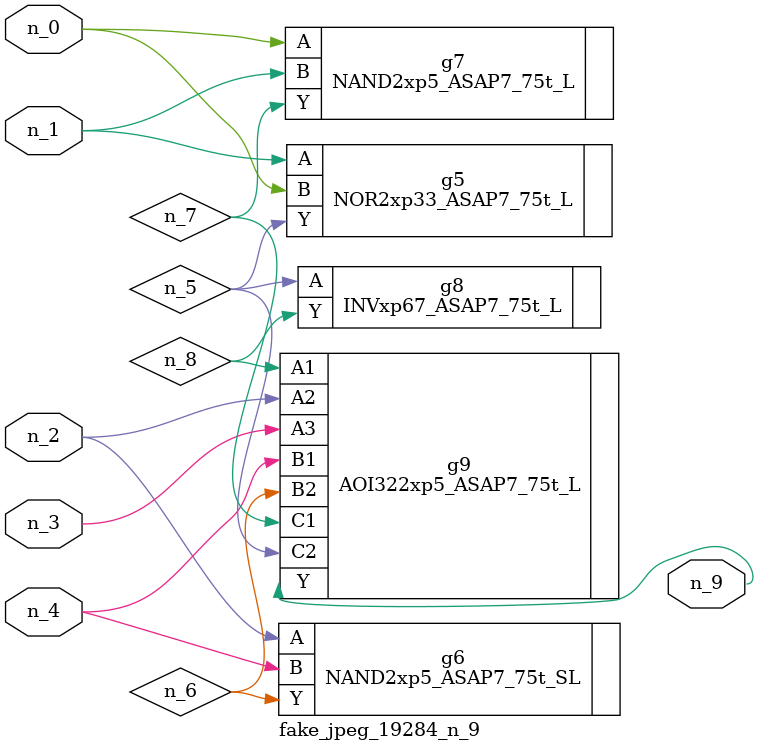
<source format=v>
module fake_jpeg_19284_n_9 (n_3, n_2, n_1, n_0, n_4, n_9);

input n_3;
input n_2;
input n_1;
input n_0;
input n_4;

output n_9;

wire n_8;
wire n_6;
wire n_5;
wire n_7;

NOR2xp33_ASAP7_75t_L g5 ( 
.A(n_1),
.B(n_0),
.Y(n_5)
);

NAND2xp5_ASAP7_75t_SL g6 ( 
.A(n_2),
.B(n_4),
.Y(n_6)
);

NAND2xp5_ASAP7_75t_L g7 ( 
.A(n_0),
.B(n_1),
.Y(n_7)
);

INVxp67_ASAP7_75t_L g8 ( 
.A(n_5),
.Y(n_8)
);

AOI322xp5_ASAP7_75t_L g9 ( 
.A1(n_8),
.A2(n_2),
.A3(n_3),
.B1(n_4),
.B2(n_6),
.C1(n_7),
.C2(n_5),
.Y(n_9)
);


endmodule
</source>
